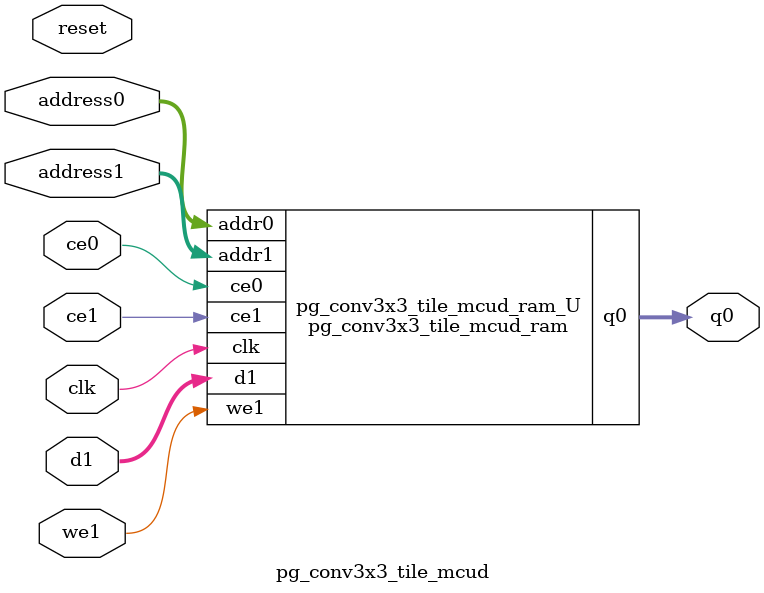
<source format=v>
`timescale 1 ns / 1 ps
module pg_conv3x3_tile_mcud_ram (addr0, ce0, q0, addr1, ce1, d1, we1,  clk);

parameter DWIDTH = 32;
parameter AWIDTH = 8;
parameter MEM_SIZE = 225;

input[AWIDTH-1:0] addr0;
input ce0;
output reg[DWIDTH-1:0] q0;
input[AWIDTH-1:0] addr1;
input ce1;
input[DWIDTH-1:0] d1;
input we1;
input clk;

(* ram_style = "block" *)reg [DWIDTH-1:0] ram[0:MEM_SIZE-1];




always @(posedge clk)  
begin 
    if (ce0) begin
        q0 <= ram[addr0];
    end
end


always @(posedge clk)  
begin 
    if (ce1) begin
        if (we1) 
            ram[addr1] <= d1; 
    end
end


endmodule

`timescale 1 ns / 1 ps
module pg_conv3x3_tile_mcud(
    reset,
    clk,
    address0,
    ce0,
    q0,
    address1,
    ce1,
    we1,
    d1);

parameter DataWidth = 32'd32;
parameter AddressRange = 32'd225;
parameter AddressWidth = 32'd8;
input reset;
input clk;
input[AddressWidth - 1:0] address0;
input ce0;
output[DataWidth - 1:0] q0;
input[AddressWidth - 1:0] address1;
input ce1;
input we1;
input[DataWidth - 1:0] d1;



pg_conv3x3_tile_mcud_ram pg_conv3x3_tile_mcud_ram_U(
    .clk( clk ),
    .addr0( address0 ),
    .ce0( ce0 ),
    .q0( q0 ),
    .addr1( address1 ),
    .ce1( ce1 ),
    .we1( we1 ),
    .d1( d1 ));

endmodule


</source>
